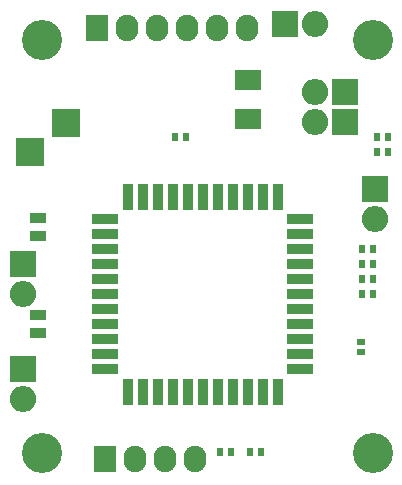
<source format=gts>
%FSLAX34Y34*%
G04 Gerber Fmt 3.4, Leading zero omitted, Abs format*
G04 (created by PCBNEW (2014-04-07 BZR 4791)-product) date Tue 13 May 2014 05:19:37 PM CEST*
%MOIN*%
G01*
G70*
G90*
G04 APERTURE LIST*
%ADD10C,0.005906*%
%ADD11R,0.023574X0.031474*%
%ADD12R,0.031474X0.023574*%
%ADD13R,0.052874X0.032874*%
%ADD14R,0.087874X0.067874*%
%ADD15R,0.087874X0.087874*%
%ADD16O,0.087874X0.087874*%
%ADD17R,0.095874X0.095874*%
%ADD18R,0.075874X0.087874*%
%ADD19O,0.075874X0.087874*%
%ADD20C,0.133874*%
%ADD21R,0.087874X0.037874*%
%ADD22R,0.037874X0.087874*%
G04 APERTURE END LIST*
G54D10*
G54D11*
X59073Y-40500D03*
X59427Y-40500D03*
X60073Y-40500D03*
X60427Y-40500D03*
G54D12*
X63779Y-36830D03*
X63779Y-37184D03*
G54D11*
X63823Y-35250D03*
X64177Y-35250D03*
X63823Y-34750D03*
X64177Y-34750D03*
X63823Y-34250D03*
X64177Y-34250D03*
X63823Y-33750D03*
X64177Y-33750D03*
X57573Y-30000D03*
X57927Y-30000D03*
G54D13*
X53000Y-33300D03*
X53000Y-32700D03*
X53000Y-35950D03*
X53000Y-36550D03*
G54D14*
X60000Y-29400D03*
X60000Y-28100D03*
G54D15*
X52500Y-34250D03*
G54D16*
X52500Y-35250D03*
G54D15*
X63250Y-29500D03*
G54D16*
X62250Y-29500D03*
G54D15*
X52500Y-37750D03*
G54D16*
X52500Y-38750D03*
G54D17*
X52750Y-30500D03*
G54D18*
X55250Y-40750D03*
G54D19*
X56250Y-40750D03*
X57250Y-40750D03*
X58250Y-40750D03*
G54D18*
X54980Y-26377D03*
G54D19*
X55980Y-26377D03*
X56980Y-26377D03*
X57980Y-26377D03*
X58980Y-26377D03*
X59980Y-26377D03*
G54D15*
X64250Y-31750D03*
G54D16*
X64250Y-32750D03*
G54D17*
X53937Y-29527D03*
G54D15*
X63250Y-28500D03*
G54D16*
X62250Y-28500D03*
G54D15*
X61250Y-26250D03*
G54D16*
X62250Y-26250D03*
G54D20*
X53149Y-26771D03*
X64173Y-40551D03*
X64173Y-26771D03*
X53149Y-40551D03*
G54D11*
X64323Y-30000D03*
X64677Y-30000D03*
X64677Y-30500D03*
X64323Y-30500D03*
G54D21*
X55250Y-35250D03*
X55250Y-35750D03*
X55250Y-36250D03*
X55250Y-36750D03*
X55250Y-37250D03*
X55250Y-37750D03*
G54D22*
X56000Y-38500D03*
X56500Y-38500D03*
X57000Y-38500D03*
X57500Y-38500D03*
X58000Y-38500D03*
X58500Y-38500D03*
X59000Y-38500D03*
X59500Y-38500D03*
X60000Y-38500D03*
X60500Y-38500D03*
X61000Y-38500D03*
G54D21*
X61750Y-37750D03*
X61750Y-37250D03*
X61750Y-36750D03*
X61750Y-36250D03*
X61750Y-35750D03*
X61750Y-35250D03*
X61750Y-34750D03*
X61750Y-34250D03*
X61750Y-33750D03*
X61750Y-33250D03*
X61750Y-32750D03*
G54D22*
X61000Y-32000D03*
X60500Y-32000D03*
X60000Y-32000D03*
X59500Y-32000D03*
X59000Y-32000D03*
X58500Y-32000D03*
X58000Y-32000D03*
X57500Y-32000D03*
X57000Y-32000D03*
X56500Y-32000D03*
X56000Y-32000D03*
G54D21*
X55250Y-32750D03*
X55250Y-33250D03*
X55250Y-33750D03*
X55250Y-34250D03*
X55250Y-34750D03*
M02*

</source>
